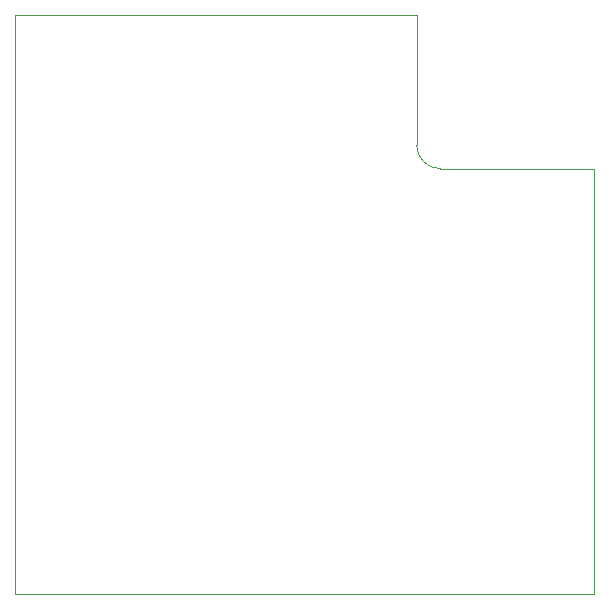
<source format=gbr>
G04 #@! TF.FileFunction,Profile,NP*
%FSLAX46Y46*%
G04 Gerber Fmt 4.6, Leading zero omitted, Abs format (unit mm)*
G04 Created by KiCad (PCBNEW (after 2015-mar-04 BZR unknown)-product) date 12/16/2015 7:13:12 PM*
%MOMM*%
G01*
G04 APERTURE LIST*
%ADD10C,0.150000*%
%ADD11C,0.100000*%
G04 APERTURE END LIST*
D10*
D11*
X36000000Y-13000000D02*
X49000000Y-13000000D01*
X34000000Y-11000000D02*
X34000000Y0D01*
X34000000Y-11000000D02*
G75*
G03X36000000Y-13000000I2000000J0D01*
G01*
X34000000Y0D02*
X0Y0D01*
X0Y-49000000D02*
X49000000Y-49000000D01*
X49000000Y-13000000D02*
X49000000Y-49000000D01*
X0Y-49000000D02*
X0Y0D01*
M02*

</source>
